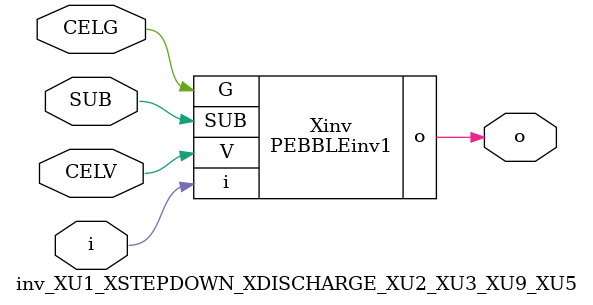
<source format=v>



module PEBBLEinv1 ( o, G, SUB, V, i );

  input V;
  input i;
  input G;
  output o;
  input SUB;
endmodule

//Celera Confidential Do Not Copy inv_XU1_XSTEPDOWN_XDISCHARGE_XU2_XU3_XU9_XU5
//Celera Confidential Symbol Generator
//5V Inverter
module inv_XU1_XSTEPDOWN_XDISCHARGE_XU2_XU3_XU9_XU5 (CELV,CELG,i,o,SUB);
input CELV;
input CELG;
input i;
input SUB;
output o;

//Celera Confidential Do Not Copy inv
PEBBLEinv1 Xinv(
.V (CELV),
.i (i),
.o (o),
.SUB (SUB),
.G (CELG)
);
//,diesize,PEBBLEinv1

//Celera Confidential Do Not Copy Module End
//Celera Schematic Generator
endmodule

</source>
